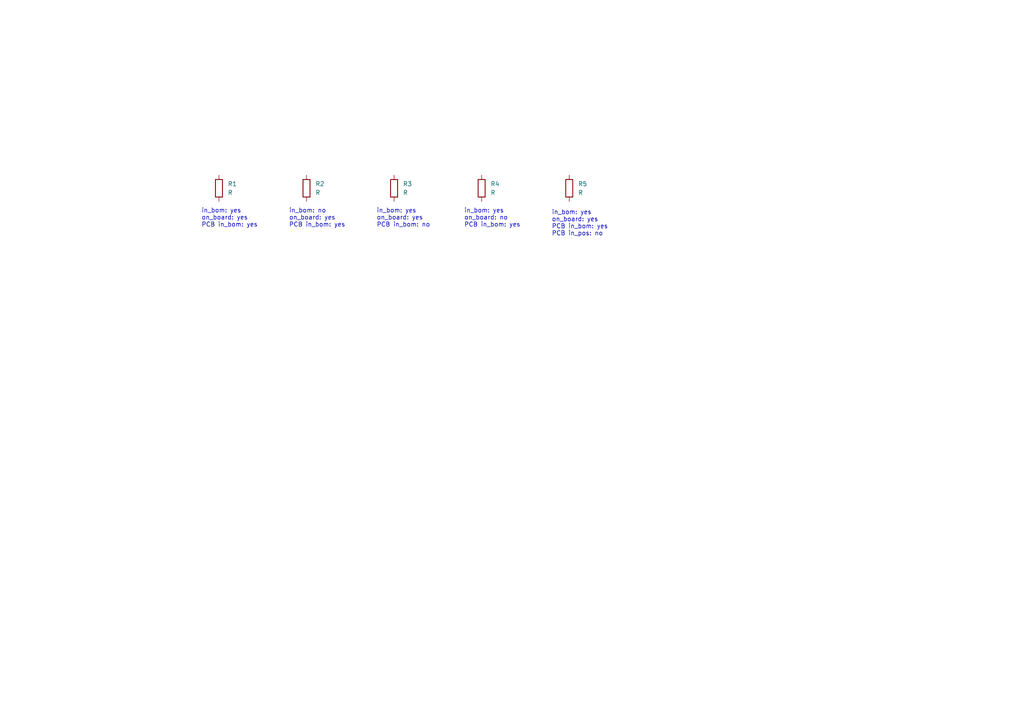
<source format=kicad_sch>
(kicad_sch (version 20211123) (generator eeschema)
  (paper "A4")
  (title_block (title "in_bom/on_board filter test") (company "Instituto Nacional de Tecnología Industrial") (comment 1 "KiBot"))
  (lib_symbols
    (symbol "Device:R" (pin_numbers hide) (pin_names (offset 0))
      (property "Reference" "R" (at 2.032 0 90))
      (property "Value" "R" (at 0 0 90))
      (symbol "R_0_1"
        (rectangle (start -1.016 -2.54) (end 1.016 2.54) (stroke (width 0.254)))
      )
      (symbol "R_1_1"
        (pin passive line (at 0 3.81 270) (length 1.27) (name "~") (number "1"))
        (pin passive line (at 0 -3.81 90) (length 1.27) (name "~") (number "2"))
      )
    )
  )
  (text "in_bom: yes\non_board: yes\nPCB in_bom: no\n" (at 109.22 66.04 0) (effects (font (size 1.27 1.27)) (justify left bottom)))
  (text "in_bom: yes\non_board: no\nPCB in_bom: yes\n" (at 134.62 66.04 0) (effects (font (size 1.27 1.27)) (justify left bottom)))
  (text "in_bom: no\non_board: yes\nPCB in_bom: yes\n" (at 83.82 66.04 0) (effects (font (size 1.27 1.27)) (justify left bottom)))
  (text "in_bom: yes\non_board: yes\nPCB in_bom: yes\nPCB in_pos: no" (at 160.02 68.58 0) (effects (font (size 1.27 1.27)) (justify left bottom)))
  (text "in_bom: yes\non_board: yes\nPCB in_bom: yes\n" (at 58.42 66.04 0) (effects (font (size 1.27 1.27)) (justify left bottom)))
  (symbol (lib_id "Device:R") (at 88.9 54.61 0) (unit 1) (in_bom no)
    (property "Reference" "R2" (at 91.44 53.3399 0) (effects (justify left)))
    (property "Value" "R" (at 91.44 55.8799 0) (effects (justify left)))
    (property "Footprint" "Resistor_SMD:R_0805_2012Metric" (effects hide))
  )
  (symbol (lib_id "Device:R") (at 63.5 54.61 0) (unit 1)
    (property "Reference" "R1" (at 66.04 53.3399 0) (effects (justify left)))
    (property "Value" "R" (at 66.04 55.8799 0) (effects (justify left)))
    (property "Footprint" "Resistor_SMD:R_0805_2012Metric" (effects hide))
  )
  (symbol (lib_id "Device:R") (at 114.3 54.61 0) (unit 1)
    (property "Reference" "R3" (at 116.84 53.3399 0) (effects (justify left)))
    (property "Value" "R" (at 116.84 55.8799 0) (effects (justify left)))
    (property "Footprint" "Resistor_SMD:R_0805_2012Metric" (effects hide))
  )
  (symbol (lib_id "Device:R") (at 165.1 54.61 0) (unit 1)
    (property "Reference" "R5" (at 167.64 53.3399 0) (effects (justify left)))
    (property "Value" "R" (at 167.64 55.8799 0) (effects (justify left)))
    (property "Footprint" "Resistor_SMD:R_0805_2012Metric" (effects hide))
  )
  (symbol (lib_id "Device:R") (at 139.7 54.61 0) (unit 1) (on_board no)
    (property "Reference" "R4" (at 142.24 53.3399 0) (effects (justify left)))
    (property "Value" "R" (at 142.24 55.8799 0) (effects (justify left)))
    (property "Footprint" "Resistor_SMD:R_0805_2012Metric" (effects hide))
  )
)
</source>
